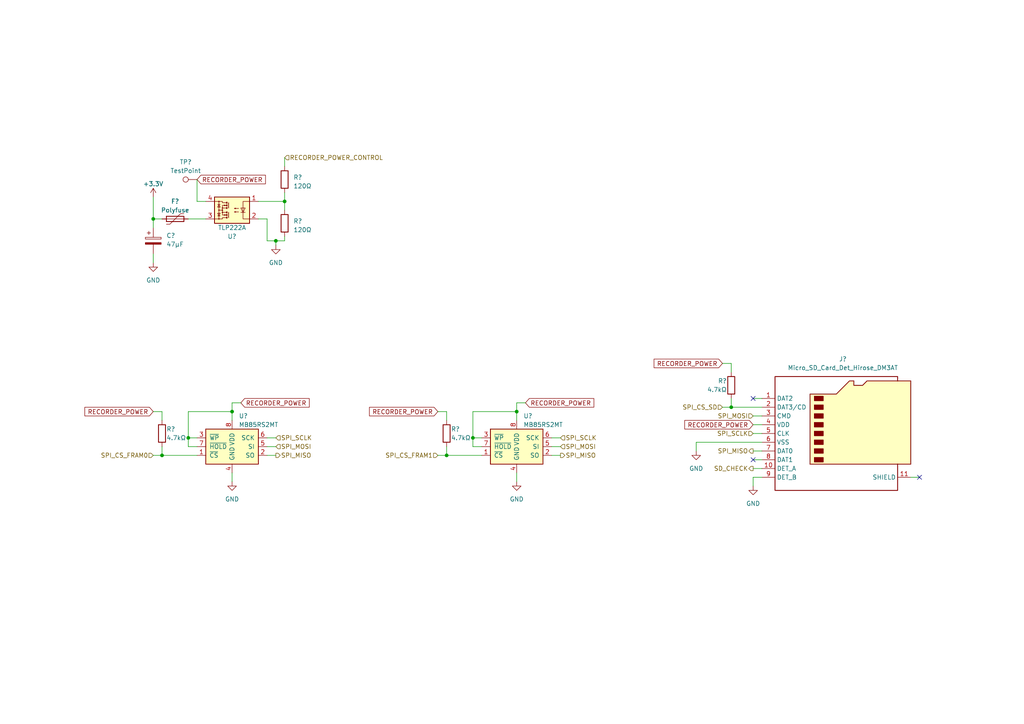
<source format=kicad_sch>
(kicad_sch (version 20230121) (generator eeschema)
  (paper "A4")
  (lib_symbols
    (symbol "Connector:Micro_SD_Card_Det_Hirose_DM3AT"
      (property "Reference" "J" (at -16.51 17.78 0))
      (property "Value" "Micro_SD_Card_Det_Hirose_DM3AT" (at 16.51 17.78 0))
      (symbol "Micro_SD_Card_Det_Hirose_DM3AT_0_1"
        (rectangle (start -7.62 -6.985) (end -5.08 -8.255) (stroke (width 0.254)) (fill (type outline)))
        (rectangle (start -7.62 -4.445) (end -5.08 -5.715) (stroke (width 0.254)) (fill (type outline)))
        (rectangle (start -7.62 -1.905) (end -5.08 -3.175) (stroke (width 0.254)) (fill (type outline)))
        (rectangle (start -7.62 0.635) (end -5.08 -0.635) (stroke (width 0.254)) (fill (type outline)))
        (rectangle (start -7.62 3.175) (end -5.08 1.905) (stroke (width 0.254)) (fill (type outline)))
        (rectangle (start -7.62 5.715) (end -5.08 4.445) (stroke (width 0.254)) (fill (type outline)))
        (rectangle (start -7.62 8.255) (end -5.08 6.985) (stroke (width 0.254)) (fill (type outline)))
        (rectangle (start -7.62 10.795) (end -5.08 9.525) (stroke (width 0.254)) (fill (type outline)))
        (polyline (pts (xy 16.51 15.24) (xy 16.51 16.51) (xy -19.05 16.51) (xy -19.05 -16.51) (xy 16.51 -16.51) (xy 16.51 -8.89)) (stroke (width 0.254)))
        (polyline (pts (xy -8.89 -8.89) (xy -8.89 11.43) (xy -1.27 11.43) (xy 2.54 15.24) (xy 3.81 15.24) (xy 3.81 13.97) (xy 6.35 13.97) (xy 7.62 15.24) (xy 20.32 15.24) (xy 20.32 -8.89) (xy -8.89 -8.89)) (stroke (width 0.254)) (fill (type background)))
      )
      (symbol "Micro_SD_Card_Det_Hirose_DM3AT_1_1"
        (pin bidirectional line (at -22.86 10.16 0) (length 3.81) (name "DAT2") (number "1"))
        (pin passive line (at -22.86 -10.16 0) (length 3.81) (name "DET_A") (number "10"))
        (pin passive line (at 20.32 -12.7 180) (length 3.81) (name "SHIELD") (number "11"))
        (pin bidirectional line (at -22.86 7.62 0) (length 3.81) (name "DAT3/CD") (number "2"))
        (pin input line (at -22.86 5.08 0) (length 3.81) (name "CMD") (number "3"))
        (pin power_in line (at -22.86 2.54 0) (length 3.81) (name "VDD") (number "4"))
        (pin input line (at -22.86 0 0) (length 3.81) (name "CLK") (number "5"))
        (pin power_in line (at -22.86 -2.54 0) (length 3.81) (name "VSS") (number "6"))
        (pin bidirectional line (at -22.86 -5.08 0) (length 3.81) (name "DAT0") (number "7"))
        (pin bidirectional line (at -22.86 -7.62 0) (length 3.81) (name "DAT1") (number "8"))
        (pin passive line (at -22.86 -12.7 0) (length 3.81) (name "DET_B") (number "9"))
      )
    )
    (symbol "Connector:TestPoint" (pin_numbers hide) (pin_names (offset 0.762) hide)
      (property "Reference" "TP" (at 0 6.858 0))
      (property "Value" "TestPoint" (at 0 5.08 0))
      (symbol "TestPoint_0_1"
        (circle (center 0 3.302) (radius 0.762))
      )
      (symbol "TestPoint_1_1"
        (pin passive line (at 0 0 90) (length 2.54) (name "1") (number "1"))
      )
    )
    (symbol "Device:C_Polarized" (pin_numbers hide) (pin_names (offset 0.254))
      (property "Reference" "C" (at 0.635 2.54 0))
      (property "Value" "C_Polarized" (at 0.635 -2.54 0))
      (symbol "C_Polarized_0_1"
        (rectangle (start -2.286 0.508) (end 2.286 1.016))
        (polyline (pts (xy -1.778 2.286) (xy -0.762 2.286)))
        (polyline (pts (xy -1.27 2.794) (xy -1.27 1.778)))
        (rectangle (start 2.286 -0.508) (end -2.286 -1.016) (fill (type outline)))
      )
      (symbol "C_Polarized_1_1"
        (pin passive line (at 0 3.81 270) (length 2.794) (name "~") (number "1"))
        (pin passive line (at 0 -3.81 90) (length 2.794) (name "~") (number "2"))
      )
    )
    (symbol "Device:Polyfuse" (pin_numbers hide) (pin_names (offset 0))
      (property "Reference" "F" (at -2.54 0 90))
      (property "Value" "Polyfuse" (at 2.54 0 90))
      (symbol "Polyfuse_0_1"
        (rectangle (start -0.762 2.54) (end 0.762 -2.54) (stroke (width 0.254)))
        (polyline (pts (xy 0 2.54) (xy 0 -2.54)))
        (polyline (pts (xy -1.524 2.54) (xy -1.524 1.524) (xy 1.524 -1.524) (xy 1.524 -2.54)))
      )
      (symbol "Polyfuse_1_1"
        (pin passive line (at 0 3.81 270) (length 1.27) (name "~") (number "1"))
        (pin passive line (at 0 -3.81 90) (length 1.27) (name "~") (number "2"))
      )
    )
    (symbol "Device:R" (pin_numbers hide) (pin_names (offset 0))
      (property "Reference" "R" (at 2.032 0 90))
      (property "Value" "R" (at 0 0 90))
      (symbol "R_0_1"
        (rectangle (start -1.016 -2.54) (end 1.016 2.54) (stroke (width 0.254)))
      )
      (symbol "R_1_1"
        (pin passive line (at 0 3.81 270) (length 1.27) (name "~") (number "1"))
        (pin passive line (at 0 -3.81 90) (length 1.27) (name "~") (number "2"))
      )
    )
    (symbol "Memory_NVRAM:MB85RS2MT" (pin_names (offset 1.016))
      (property "Reference" "U" (at -7.62 6.35 0))
      (property "Value" "MB85RS2MT" (at 1.27 6.35 0))
      (symbol "MB85RS2MT_0_1"
        (rectangle (start -7.62 5.08) (end 7.62 -5.08) (stroke (width 0.254)) (fill (type background)))
      )
      (symbol "MB85RS2MT_1_1"
        (pin input line (at -10.16 -2.54 0) (length 2.54) (name "~{CS}") (number "1"))
        (pin output line (at 10.16 -2.54 180) (length 2.54) (name "SO") (number "2"))
        (pin input line (at -10.16 2.54 0) (length 2.54) (name "~{WP}") (number "3"))
        (pin power_in line (at 0 -7.62 90) (length 2.54) (name "GND") (number "4"))
        (pin input line (at 10.16 0 180) (length 2.54) (name "SI") (number "5"))
        (pin input line (at 10.16 2.54 180) (length 2.54) (name "SCK") (number "6"))
        (pin input line (at -10.16 0 0) (length 2.54) (name "~{HOLD}") (number "7"))
        (pin power_in line (at 0 7.62 270) (length 2.54) (name "VDD") (number "8"))
      )
    )
    (symbol "Relay_SolidState:TLP222A"
      (property "Reference" "U" (at -5.08 5.08 0))
      (property "Value" "TLP222A" (at 0 5.08 0))
      (symbol "TLP222A_0_1"
        (rectangle (start -5.08 3.81) (end 5.08 -3.81) (stroke (width 0.254)) (fill (type background)))
        (polyline (pts (xy -3.81 -0.635) (xy -2.54 -0.635)))
        (polyline (pts (xy 1.016 -0.635) (xy 1.016 -2.159)) (stroke (width 0.2032)))
        (polyline (pts (xy 1.016 2.159) (xy 1.016 0.635)) (stroke (width 0.2032)))
        (polyline (pts (xy 1.524 -0.508) (xy 1.524 -0.762)) (stroke (width 0.3556)))
        (polyline (pts (xy 2.794 0) (xy 3.81 0)))
        (polyline (pts (xy 3.429 -1.651) (xy 4.191 -1.651)))
        (polyline (pts (xy 3.429 1.651) (xy 4.191 1.651)))
        (polyline (pts (xy 3.81 -2.54) (xy 3.81 2.54)))
        (polyline (pts (xy 1.524 -2.032) (xy 1.524 -2.286) (xy 1.524 -2.286)) (stroke (width 0.3556)))
        (polyline (pts (xy 1.524 -1.27) (xy 1.524 -1.524) (xy 1.524 -1.524)) (stroke (width 0.3556)))
        (polyline (pts (xy 1.524 0.762) (xy 1.524 0.508) (xy 1.524 0.508)) (stroke (width 0.3556)))
        (polyline (pts (xy 1.524 1.524) (xy 1.524 1.27) (xy 1.524 1.27)) (stroke (width 0.3556)))
        (polyline (pts (xy 1.524 2.286) (xy 1.524 2.032) (xy 1.524 2.032)) (stroke (width 0.3556)))
        (polyline (pts (xy 1.651 -1.397) (xy 2.794 -1.397) (xy 2.794 -0.635)))
        (polyline (pts (xy 1.651 1.397) (xy 2.794 1.397) (xy 2.794 0.635)))
        (polyline (pts (xy -5.08 2.54) (xy -3.175 2.54) (xy -3.175 -2.54) (xy -5.08 -2.54)))
        (polyline (pts (xy -3.175 -0.635) (xy -3.81 0.635) (xy -2.54 0.635) (xy -3.175 -0.635)))
        (polyline (pts (xy 1.651 -2.159) (xy 2.794 -2.159) (xy 2.794 -2.54) (xy 5.08 -2.54)))
        (polyline (pts (xy 1.651 -0.635) (xy 2.794 -0.635) (xy 2.794 0.635) (xy 1.651 0.635)))
        (polyline (pts (xy 1.651 2.159) (xy 2.794 2.159) (xy 2.794 2.54) (xy 5.08 2.54)))
        (polyline (pts (xy 1.778 -1.397) (xy 2.286 -1.27) (xy 2.286 -1.524) (xy 1.778 -1.397)))
        (polyline (pts (xy 1.778 1.397) (xy 2.286 1.524) (xy 2.286 1.27) (xy 1.778 1.397)))
        (polyline (pts (xy 3.81 -1.651) (xy 3.429 -0.889) (xy 4.191 -0.889) (xy 3.81 -1.651)))
        (polyline (pts (xy 3.81 1.651) (xy 3.429 0.889) (xy 4.191 0.889) (xy 3.81 1.651)))
        (polyline (pts (xy -1.905 -0.508) (xy -0.635 -0.508) (xy -1.016 -0.635) (xy -1.016 -0.381) (xy -0.635 -0.508)))
        (polyline (pts (xy -1.905 0.508) (xy -0.635 0.508) (xy -1.016 0.381) (xy -1.016 0.635) (xy -0.635 0.508)))
        (circle (center 2.794 -0.635) (radius 0.127))
        (circle (center 2.794 0) (radius 0.127))
        (circle (center 2.794 0.635) (radius 0.127))
        (circle (center 3.81 -2.54) (radius 0.127))
        (circle (center 3.81 0) (radius 0.127))
        (circle (center 3.81 2.54) (radius 0.127))
      )
      (symbol "TLP222A_1_1"
        (pin passive line (at -7.62 2.54 0) (length 2.54) (name "~") (number "1"))
        (pin passive line (at -7.62 -2.54 0) (length 2.54) (name "~") (number "2"))
        (pin passive line (at 7.62 -2.54 180) (length 2.54) (name "~") (number "3"))
        (pin passive line (at 7.62 2.54 180) (length 2.54) (name "~") (number "4"))
      )
    )
    (symbol "power:+3.3V" (power) (pin_names (offset 0))
      (property "Value" "+3.3V" (at 0 3.556 0))
      (symbol "+3.3V_0_1"
        (polyline (pts (xy -0.762 1.27) (xy 0 2.54)))
        (polyline (pts (xy 0 0) (xy 0 2.54)))
        (polyline (pts (xy 0 2.54) (xy 0.762 1.27)))
      )
      (symbol "+3.3V_1_1"
        (pin power_in line (at 0 0 90) (length 0) hide (name "+3.3V") (number "1"))
      )
    )
    (symbol "power:GND" (power) (pin_names (offset 0))
      (property "Value" "GND" (at 0 -3.81 0))
      (symbol "GND_0_1"
        (polyline (pts (xy 0 0) (xy 0 -1.27) (xy 1.27 -1.27) (xy 0 -2.54) (xy -1.27 -1.27) (xy 0 -1.27)))
      )
      (symbol "GND_1_1"
        (pin power_in line (at 0 0 270) (length 0) hide (name "GND") (number "1"))
      )
    )
  )
  (junction (at 54.61 127))
  (junction (at 80.01 69.85))
  (junction (at 137.16 127))
  (junction (at 46.99 132.08))
  (junction (at 44.45 63.5))
  (junction (at 129.54 132.08))
  (junction (at 212.09 118.11))
  (junction (at 82.55 58.42))
  (junction (at 67.31 119.38))
  (junction (at 149.86 119.38))
  (no_connect (at 218.44 133.35))
  (no_connect (at 218.44 115.57))
  (no_connect (at 266.7 138.43))
  (wire (pts (xy 218.44 115.57) (xy 220.98 115.57)))
  (wire (pts (xy 218.44 123.19) (xy 220.98 123.19)))
  (wire (pts (xy 82.55 45.72) (xy 82.55 48.26)))
  (wire (pts (xy 137.16 127) (xy 137.16 129.54)))
  (wire (pts (xy 57.15 129.54) (xy 54.61 129.54)))
  (wire (pts (xy 129.54 132.08) (xy 139.7 132.08)))
  (wire (pts (xy 80.01 69.85) (xy 80.01 71.12)))
  (wire (pts (xy 77.47 132.08) (xy 80.01 132.08)))
  (wire (pts (xy 212.09 115.57) (xy 212.09 118.11)))
  (wire (pts (xy 127 132.08) (xy 129.54 132.08)))
  (wire (pts (xy 218.44 125.73) (xy 220.98 125.73)))
  (wire (pts (xy 201.93 128.27) (xy 220.98 128.27)))
  (wire (pts (xy 57.15 127) (xy 54.61 127)))
  (wire (pts (xy 46.99 129.54) (xy 46.99 132.08)))
  (wire (pts (xy 201.93 130.81) (xy 201.93 128.27)))
  (wire (pts (xy 44.45 119.38) (xy 46.99 119.38)))
  (wire (pts (xy 139.7 129.54) (xy 137.16 129.54)))
  (wire (pts (xy 44.45 63.5) (xy 44.45 66.04)))
  (wire (pts (xy 54.61 63.5) (xy 59.69 63.5)))
  (wire (pts (xy 46.99 119.38) (xy 46.99 121.92)))
  (wire (pts (xy 77.47 127) (xy 80.01 127)))
  (wire (pts (xy 54.61 127) (xy 54.61 119.38)))
  (wire (pts (xy 44.45 73.66) (xy 44.45 76.2)))
  (wire (pts (xy 57.15 52.07) (xy 57.15 58.42)))
  (wire (pts (xy 212.09 118.11) (xy 220.98 118.11)))
  (wire (pts (xy 77.47 69.85) (xy 80.01 69.85)))
  (wire (pts (xy 67.31 119.38) (xy 67.31 121.92)))
  (wire (pts (xy 218.44 130.81) (xy 220.98 130.81)))
  (wire (pts (xy 160.02 127) (xy 162.56 127)))
  (wire (pts (xy 209.55 105.41) (xy 212.09 105.41)))
  (wire (pts (xy 127 119.38) (xy 129.54 119.38)))
  (wire (pts (xy 218.44 135.89) (xy 220.98 135.89)))
  (wire (pts (xy 44.45 57.15) (xy 44.45 63.5)))
  (wire (pts (xy 77.47 129.54) (xy 80.01 129.54)))
  (wire (pts (xy 160.02 129.54) (xy 162.56 129.54)))
  (wire (pts (xy 82.55 55.88) (xy 82.55 58.42)))
  (wire (pts (xy 137.16 119.38) (xy 149.86 119.38)))
  (wire (pts (xy 67.31 137.16) (xy 67.31 139.7)))
  (wire (pts (xy 54.61 119.38) (xy 67.31 119.38)))
  (wire (pts (xy 129.54 119.38) (xy 129.54 121.92)))
  (wire (pts (xy 67.31 116.84) (xy 67.31 119.38)))
  (wire (pts (xy 74.93 63.5) (xy 77.47 63.5)))
  (wire (pts (xy 149.86 116.84) (xy 149.86 119.38)))
  (wire (pts (xy 82.55 58.42) (xy 74.93 58.42)))
  (wire (pts (xy 209.55 118.11) (xy 212.09 118.11)))
  (wire (pts (xy 129.54 129.54) (xy 129.54 132.08)))
  (wire (pts (xy 80.01 69.85) (xy 82.55 69.85)))
  (wire (pts (xy 212.09 105.41) (xy 212.09 107.95)))
  (wire (pts (xy 57.15 58.42) (xy 59.69 58.42)))
  (wire (pts (xy 82.55 69.85) (xy 82.55 68.58)))
  (wire (pts (xy 160.02 132.08) (xy 162.56 132.08)))
  (wire (pts (xy 264.16 138.43) (xy 266.7 138.43)))
  (wire (pts (xy 139.7 127) (xy 137.16 127)))
  (wire (pts (xy 218.44 120.65) (xy 220.98 120.65)))
  (wire (pts (xy 69.85 116.84) (xy 67.31 116.84)))
  (wire (pts (xy 44.45 63.5) (xy 46.99 63.5)))
  (wire (pts (xy 149.86 137.16) (xy 149.86 139.7)))
  (wire (pts (xy 54.61 127) (xy 54.61 129.54)))
  (wire (pts (xy 152.4 116.84) (xy 149.86 116.84)))
  (wire (pts (xy 77.47 63.5) (xy 77.47 69.85)))
  (wire (pts (xy 218.44 133.35) (xy 220.98 133.35)))
  (wire (pts (xy 44.45 132.08) (xy 46.99 132.08)))
  (wire (pts (xy 218.44 138.43) (xy 220.98 138.43)))
  (wire (pts (xy 137.16 127) (xy 137.16 119.38)))
  (wire (pts (xy 82.55 58.42) (xy 82.55 60.96)))
  (wire (pts (xy 149.86 119.38) (xy 149.86 121.92)))
  (wire (pts (xy 46.99 132.08) (xy 57.15 132.08)))
  (wire (pts (xy 218.44 138.43) (xy 218.44 140.97)))
  (global_label "RECORDER_POWER" (shape input) (at 127 119.38 180) (property "Intersheetrefs" "${INTERSHEET_REFS}" (effects hide)))
  (global_label "RECORDER_POWER" (shape input) (at 69.85 116.84 0) (property "Intersheetrefs" "${INTERSHEET_REFS}" (effects hide)))
  (global_label "RECORDER_POWER" (shape input) (at 57.15 52.07 0) (property "Intersheetrefs" "${INTERSHEET_REFS}" (effects hide)))
  (global_label "RECORDER_POWER" (shape input) (at 209.55 105.41 180) (property "Intersheetrefs" "${INTERSHEET_REFS}" (effects hide)))
  (global_label "RECORDER_POWER" (shape input) (at 44.45 119.38 180) (property "Intersheetrefs" "${INTERSHEET_REFS}" (effects hide)))
  (global_label "RECORDER_POWER" (shape input) (at 152.4 116.84 0) (property "Intersheetrefs" "${INTERSHEET_REFS}" (effects hide)))
  (global_label "RECORDER_POWER" (shape input) (at 218.44 123.19 180) (property "Intersheetrefs" "${INTERSHEET_REFS}" (effects hide)))
  (hierarchical_label "SPI_CS_SD" (shape input) (at 209.55 118.11 180))
  (hierarchical_label "SPI_MOSI" (shape input) (at 162.56 129.54 0))
  (hierarchical_label "SPI_MISO" (shape output) (at 162.56 132.08 0))
  (hierarchical_label "SPI_SCLK" (shape input) (at 218.44 125.73 180))
  (hierarchical_label "SPI_SCLK" (shape input) (at 80.01 127 0))
  (hierarchical_label "SD_CHECK" (shape output) (at 218.44 135.89 180))
  (hierarchical_label "SPI_MISO" (shape output) (at 218.44 130.81 180))
  (hierarchical_label "SPI_MOSI" (shape input) (at 80.01 129.54 0))
  (hierarchical_label "SPI_MISO" (shape output) (at 80.01 132.08 0))
  (hierarchical_label "SPI_MOSI" (shape input) (at 218.44 120.65 180))
  (hierarchical_label "SPI_CS_FRAM0" (shape input) (at 44.45 132.08 180))
  (hierarchical_label "SPI_CS_FRAM1" (shape input) (at 127 132.08 180))
  (hierarchical_label "SPI_SCLK" (shape input) (at 162.56 127 0))
  (hierarchical_label "RECORDER_POWER_CONTROL" (shape input) (at 82.55 45.72 0))
  (symbol (lib_id "Device:R") (at 129.54 125.73 0) (unit 1)
    (property "Reference" "R?" (at 130.81 124.46 0) (effects (justify left)))
    (property "Value" "4.7kΩ" (at 130.81 127 0) (effects (justify left)))
    (property "Footprint" "Resistor_SMD:R_0603_1608Metric_Pad0.98x0.95mm_HandSolder" (effects hide))
    (instances (project "SensingModule" (path "" (reference "R?") (unit 1)) (path "" (reference "R13") (unit 1))))
  )
  (symbol (lib_id "power:+3.3V") (at 44.45 57.15 0) (unit 1)
    (property "Reference" "#PWR?" (effects hide))
    (property "Value" "+3.3V" (at 44.45 53.34 0))
    (instances (project "SensingModule" (path "" (reference "#PWR?") (unit 1)) (path "" (reference "#PWR046") (unit 1))))
  )
  (symbol (lib_id "power:GND") (at 80.01 71.12 0) (unit 1)
    (property "Reference" "#PWR?" (effects hide))
    (property "Value" "GND" (at 80.01 76.2 0))
    (instances (project "SensingModule" (path "" (reference "#PWR?") (unit 1)) (path "" (reference "#PWR050") (unit 1))))
  )
  (symbol (lib_id "Device:R") (at 46.99 125.73 0) (unit 1)
    (property "Reference" "R?" (at 48.26 124.46 0) (effects (justify left)))
    (property "Value" "4.7kΩ" (at 48.26 127 0) (effects (justify left)))
    (property "Footprint" "Resistor_SMD:R_0603_1608Metric_Pad0.98x0.95mm_HandSolder" (effects hide))
    (instances (project "SensingModule" (path "" (reference "R?") (unit 1)) (path "" (reference "R12") (unit 1))))
  )
  (symbol (lib_id "Connector:TestPoint") (at 57.15 52.07 90) (unit 1)
    (property "Reference" "TP?" (at 53.848 46.99 90))
    (property "Value" "TestPoint" (at 53.848 49.53 90))
    (property "Footprint" "Connector_Pin:Pin_D1.0mm_L10.0mm" (effects hide))
    (instances (project "SensingModule" (path "" (reference "TP?") (unit 1)) (path "" (reference "TP3") (unit 1))))
  )
  (symbol (lib_id "power:GND") (at 218.44 140.97 0) (unit 1)
    (property "Reference" "#PWR?" (effects hide))
    (property "Value" "GND" (at 218.44 146.05 0))
    (instances (project "SensingModule" (path "" (reference "#PWR?") (unit 1)) (path "" (reference "#PWR055") (unit 1))))
  )
  (symbol (lib_id "power:GND") (at 44.45 76.2 0) (unit 1)
    (property "Reference" "#PWR?" (effects hide))
    (property "Value" "GND" (at 44.45 81.28 0))
    (instances (project "SensingModule" (path "" (reference "#PWR?") (unit 1)) (path "" (reference "#PWR047") (unit 1))))
  )
  (symbol (lib_id "power:GND") (at 149.86 139.7 0) (unit 1)
    (property "Reference" "#PWR?" (effects hide))
    (property "Value" "GND" (at 149.86 144.78 0))
    (instances (project "SensingModule" (path "" (reference "#PWR?") (unit 1)) (path "" (reference "#PWR052") (unit 1))))
  )
  (symbol (lib_id "Connector:Micro_SD_Card_Det_Hirose_DM3AT") (at 243.84 125.73 0) (unit 1)
    (property "Reference" "J?" (at 244.475 104.14 0))
    (property "Value" "Micro_SD_Card_Det_Hirose_DM3AT" (at 244.475 106.68 0))
    (property "Footprint" "Connector_Card:microSD_HC_Hirose_DM3AT-SF-PEJM5" (effects hide))
    (property "Datasheet" "https://www.hirose.com/product/en/download_file/key_name/DM3/category/Catalog/doc_file_id/49662/?file_category_id=4&item_id=195&is_series=1" (effects hide))
    (instances (project "SensingModule" (path "" (reference "J?") (unit 1)) (path "" (reference "J4") (unit 1))))
  )
  (symbol (lib_id "Memory_NVRAM:MB85RS2MT") (at 149.86 129.54 0) (unit 1)
    (property "Reference" "U?" (at 151.8159 120.65 0) (effects (justify left)))
    (property "Value" "MB85RS2MT" (at 151.8159 123.19 0) (effects (justify left)))
    (property "Footprint" "Package_DIP:DIP-8_W7.62mm" (effects hide))
    (property "Datasheet" "http://www.fujitsu.com/downloads/MICRO/fsa/pdf/products/memory/fram/MB85RS16-DS501-00014-6v0-E.pdf" (effects hide))
    (instances (project "SensingModule" (path "" (reference "U?") (unit 1)) (path "" (reference "U7") (unit 1))))
  )
  (symbol (lib_id "Device:R") (at 82.55 64.77 0) (unit 1)
    (property "Reference" "R?" (at 85.09 64.135 0) (effects (justify left)))
    (property "Value" "120Ω" (at 85.09 66.675 0) (effects (justify left)))
    (property "Footprint" "Resistor_SMD:R_0603_1608Metric_Pad0.98x0.95mm_HandSolder" (effects hide))
    (instances (project "SensingModule" (path "" (reference "R?") (unit 1)) (path "" (reference "R6") (unit 1))))
  )
  (symbol (lib_id "Device:R") (at 212.09 111.76 0) (mirror y) (unit 1)
    (property "Reference" "R?" (at 210.82 110.49 0) (effects (justify left)))
    (property "Value" "4.7kΩ" (at 210.82 113.03 0) (effects (justify left)))
    (property "Footprint" "Resistor_SMD:R_0603_1608Metric_Pad0.98x0.95mm_HandSolder" (effects hide))
    (instances (project "SensingModule" (path "" (reference "R?") (unit 1)) (path "" (reference "R14") (unit 1))))
  )
  (symbol (lib_id "Relay_SolidState:TLP222A") (at 67.31 60.96 0) (mirror y) (unit 1)
    (property "Reference" "U?" (at 67.31 68.58 0))
    (property "Value" "TLP222A" (at 67.31 66.04 0))
    (property "Footprint" "Package_DIP:DIP-4_W7.62mm" (effects hide))
    (property "Datasheet" "https://toshiba.semicon-storage.com/info/docget.jsp?did=17036&prodName=TLP222A" (effects hide))
    (instances (project "SensingModule" (path "" (reference "U?") (unit 1)) (path "" (reference "U4") (unit 1))))
  )
  (symbol (lib_id "Memory_NVRAM:MB85RS2MT") (at 67.31 129.54 0) (unit 1)
    (property "Reference" "U?" (at 69.2659 120.65 0) (effects (justify left)))
    (property "Value" "MB85RS2MT" (at 69.2659 123.19 0) (effects (justify left)))
    (property "Footprint" "Package_DIP:DIP-8_W7.62mm" (effects hide))
    (property "Datasheet" "http://www.fujitsu.com/downloads/MICRO/fsa/pdf/products/memory/fram/MB85RS16-DS501-00014-6v0-E.pdf" (effects hide))
    (instances (project "SensingModule" (path "" (reference "U?") (unit 1)) (path "" (reference "U6") (unit 1))))
  )
  (symbol (lib_id "power:GND") (at 67.31 139.7 0) (unit 1)
    (property "Reference" "#PWR?" (effects hide))
    (property "Value" "GND" (at 67.31 144.78 0))
    (instances (project "SensingModule" (path "" (reference "#PWR?") (unit 1)) (path "" (reference "#PWR049") (unit 1))))
  )
  (symbol (lib_id "power:GND") (at 201.93 130.81 0) (unit 1)
    (property "Reference" "#PWR?" (effects hide))
    (property "Value" "GND" (at 201.93 135.89 0))
    (instances (project "SensingModule" (path "" (reference "#PWR?") (unit 1)) (path "" (reference "#PWR053") (unit 1))))
  )
  (symbol (lib_id "Device:C_Polarized") (at 44.45 69.85 0) (unit 1)
    (property "Reference" "C?" (at 48.26 68.326 0) (effects (justify left)))
    (property "Value" "47μF" (at 48.26 70.866 0) (effects (justify left)))
    (property "Footprint" "Capacitor_SMD:CP_Elec_6.3x5.9" (effects hide))
    (instances (project "SensingModule" (path "" (reference "C?") (unit 1)) (path "" (reference "C3") (unit 1))))
  )
  (symbol (lib_id "Device:Polyfuse") (at 50.8 63.5 90) (unit 1)
    (property "Reference" "F?" (at 50.8 58.42 90))
    (property "Value" "Polyfuse" (at 50.8 60.96 90))
    (property "Footprint" "Fuse:Fuse_1206_3216Metric_Pad1.42x1.75mm_HandSolder" (effects hide))
    (instances (project "SensingModule" (path "" (reference "F?") (unit 1)) (path "" (reference "F1") (unit 1))))
  )
  (symbol (lib_id "Device:R") (at 82.55 52.07 0) (unit 1)
    (property "Reference" "R?" (at 85.09 51.435 0) (effects (justify left)))
    (property "Value" "120Ω" (at 85.09 53.975 0) (effects (justify left)))
    (property "Footprint" "Resistor_SMD:R_0603_1608Metric_Pad0.98x0.95mm_HandSolder" (effects hide))
    (instances (project "SensingModule" (path "" (reference "R?") (unit 1)) (path "" (reference "R8") (unit 1))))
  )
)
</source>
